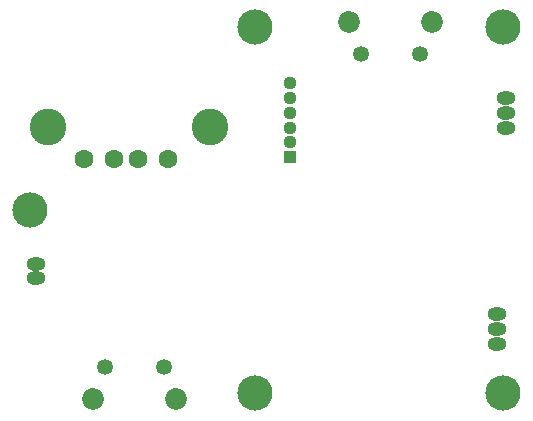
<source format=gbs>
G04 (created by PCBNEW (2013-07-07 BZR 4022)-stable) date 3/23/2015 10:09:48 AM*
%MOIN*%
G04 Gerber Fmt 3.4, Leading zero omitted, Abs format*
%FSLAX34Y34*%
G01*
G70*
G90*
G04 APERTURE LIST*
%ADD10C,0.00590551*%
%ADD11O,0.062937X0.045937*%
%ADD12R,0.043937X0.043937*%
%ADD13C,0.043937*%
%ADD14C,0.117323*%
%ADD15C,0.072837*%
%ADD16C,0.053137*%
%ADD17C,0.063037*%
%ADD18C,0.122037*%
G04 APERTURE END LIST*
G54D10*
G54D11*
X87893Y-69094D03*
X87893Y-68594D03*
X87893Y-68094D03*
X87598Y-75295D03*
X87598Y-75795D03*
X87598Y-76295D03*
G54D12*
X80708Y-70078D03*
G54D13*
X80708Y-69586D03*
X80708Y-69094D03*
X80708Y-68602D03*
X80708Y-68110D03*
X80708Y-67618D03*
G54D14*
X79527Y-77952D03*
X87795Y-77952D03*
X87795Y-65748D03*
X79527Y-65748D03*
G54D15*
X85433Y-65570D03*
G54D16*
X85039Y-66633D03*
X83071Y-66633D03*
G54D15*
X82677Y-65570D03*
G54D17*
X73836Y-70137D03*
X74836Y-70137D03*
X75636Y-70137D03*
X76636Y-70137D03*
G54D18*
X72636Y-69087D03*
X78036Y-69087D03*
G54D15*
X74153Y-78149D03*
G54D16*
X74547Y-77086D03*
X76515Y-77086D03*
G54D15*
X76909Y-78149D03*
G54D11*
X72244Y-73633D03*
X72244Y-74122D03*
G54D14*
X72047Y-71850D03*
M02*

</source>
